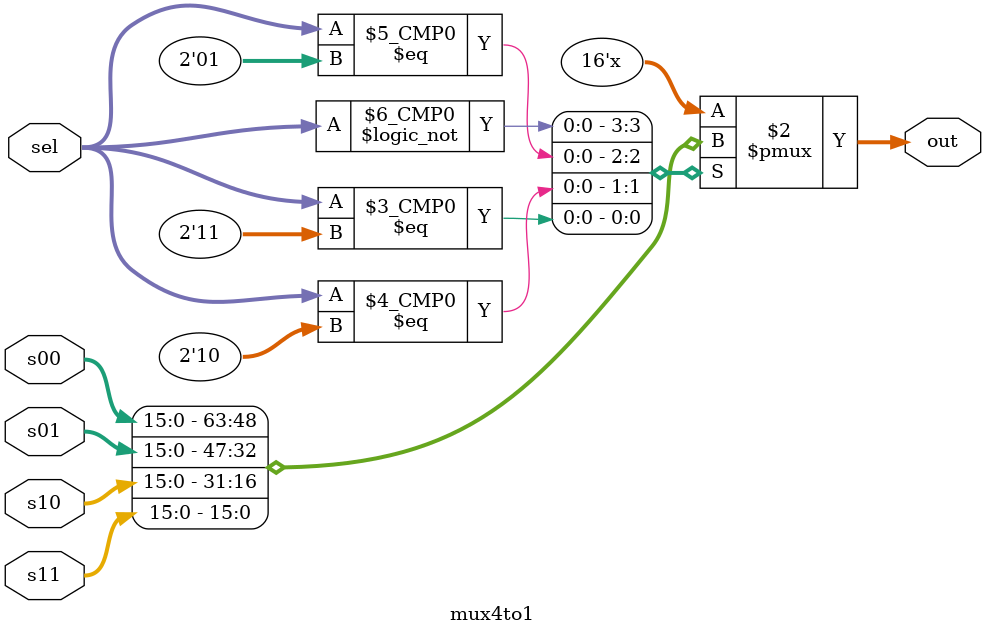
<source format=sv>
module mux4to1 #(parameter width = 16) //4 to 1 mux
(
	input logic [width-1:0] s00, s01, s10, s11,
   input logic [1:0] sel,					//input select bits
   output logic [width-1:0] out
);

always_comb
begin

	case (sel)
	       2'b00:
		       out = s00;
	       2'b01:
		       out = s01;
	       2'b10:
		       out = s10;
	       2'b11:
		       out = s11;
       endcase
end

endmodule

</source>
